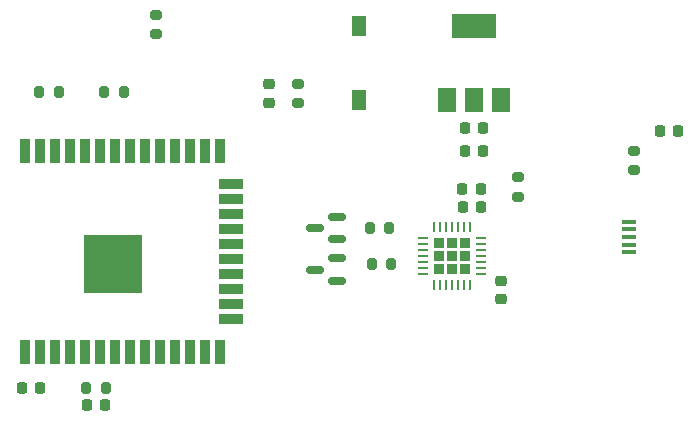
<source format=gbr>
%TF.GenerationSoftware,KiCad,Pcbnew,(6.0.2)*%
%TF.CreationDate,2022-04-08T16:17:17-05:00*%
%TF.ProjectId,Tlapixki-HelloWorld,546c6170-6978-46b6-992d-48656c6c6f57,rev?*%
%TF.SameCoordinates,Original*%
%TF.FileFunction,Paste,Top*%
%TF.FilePolarity,Positive*%
%FSLAX46Y46*%
G04 Gerber Fmt 4.6, Leading zero omitted, Abs format (unit mm)*
G04 Created by KiCad (PCBNEW (6.0.2)) date 2022-04-08 16:17:17*
%MOMM*%
%LPD*%
G01*
G04 APERTURE LIST*
G04 Aperture macros list*
%AMRoundRect*
0 Rectangle with rounded corners*
0 $1 Rounding radius*
0 $2 $3 $4 $5 $6 $7 $8 $9 X,Y pos of 4 corners*
0 Add a 4 corners polygon primitive as box body*
4,1,4,$2,$3,$4,$5,$6,$7,$8,$9,$2,$3,0*
0 Add four circle primitives for the rounded corners*
1,1,$1+$1,$2,$3*
1,1,$1+$1,$4,$5*
1,1,$1+$1,$6,$7*
1,1,$1+$1,$8,$9*
0 Add four rect primitives between the rounded corners*
20,1,$1+$1,$2,$3,$4,$5,0*
20,1,$1+$1,$4,$5,$6,$7,0*
20,1,$1+$1,$6,$7,$8,$9,0*
20,1,$1+$1,$8,$9,$2,$3,0*%
G04 Aperture macros list end*
%ADD10RoundRect,0.225000X0.225000X0.250000X-0.225000X0.250000X-0.225000X-0.250000X0.225000X-0.250000X0*%
%ADD11RoundRect,0.200000X-0.275000X0.200000X-0.275000X-0.200000X0.275000X-0.200000X0.275000X0.200000X0*%
%ADD12RoundRect,0.200000X0.200000X0.275000X-0.200000X0.275000X-0.200000X-0.275000X0.200000X-0.275000X0*%
%ADD13RoundRect,0.200000X-0.200000X-0.275000X0.200000X-0.275000X0.200000X0.275000X-0.200000X0.275000X0*%
%ADD14RoundRect,0.150000X0.587500X0.150000X-0.587500X0.150000X-0.587500X-0.150000X0.587500X-0.150000X0*%
%ADD15R,1.500000X2.000000*%
%ADD16R,3.800000X2.000000*%
%ADD17RoundRect,0.200000X0.275000X-0.200000X0.275000X0.200000X-0.275000X0.200000X-0.275000X-0.200000X0*%
%ADD18RoundRect,0.218750X0.218750X0.256250X-0.218750X0.256250X-0.218750X-0.256250X0.218750X-0.256250X0*%
%ADD19RoundRect,0.225000X0.225000X0.225000X-0.225000X0.225000X-0.225000X-0.225000X0.225000X-0.225000X0*%
%ADD20RoundRect,0.062500X0.337500X0.062500X-0.337500X0.062500X-0.337500X-0.062500X0.337500X-0.062500X0*%
%ADD21RoundRect,0.062500X0.062500X0.337500X-0.062500X0.337500X-0.062500X-0.337500X0.062500X-0.337500X0*%
%ADD22RoundRect,0.225000X-0.250000X0.225000X-0.250000X-0.225000X0.250000X-0.225000X0.250000X0.225000X0*%
%ADD23R,1.300000X0.450000*%
%ADD24RoundRect,0.218750X-0.256250X0.218750X-0.256250X-0.218750X0.256250X-0.218750X0.256250X0.218750X0*%
%ADD25R,0.900000X2.000000*%
%ADD26R,2.000000X0.900000*%
%ADD27R,5.000000X5.000000*%
%ADD28R,1.200000X1.750000*%
G04 APERTURE END LIST*
D10*
%TO.C,C3*%
X108775000Y-112500000D03*
X107225000Y-112500000D03*
%TD*%
D11*
%TO.C,R9*%
X93100000Y-108775000D03*
X93100000Y-110425000D03*
%TD*%
D12*
%TO.C,R8*%
X78325000Y-109500000D03*
X76675000Y-109500000D03*
%TD*%
D11*
%TO.C,R4*%
X121500000Y-114425000D03*
X121500000Y-116075000D03*
%TD*%
D13*
%TO.C,R6*%
X75175000Y-134500000D03*
X76825000Y-134500000D03*
%TD*%
D10*
%TO.C,C2*%
X108550000Y-117700000D03*
X107000000Y-117700000D03*
%TD*%
D14*
%TO.C,Q1*%
X96437500Y-125450000D03*
X96437500Y-123550000D03*
X94562500Y-124500000D03*
%TD*%
D15*
%TO.C,U1*%
X105700000Y-110150000D03*
X108000000Y-110150000D03*
D16*
X108000000Y-103850000D03*
D15*
X110300000Y-110150000D03*
%TD*%
D10*
%TO.C,C1*%
X108775000Y-114500000D03*
X107225000Y-114500000D03*
%TD*%
D13*
%TO.C,R7*%
X71175000Y-109500000D03*
X72825000Y-109500000D03*
%TD*%
D10*
%TO.C,C4*%
X108575000Y-119200000D03*
X107025000Y-119200000D03*
%TD*%
D17*
%TO.C,R5*%
X81050000Y-104575000D03*
X81050000Y-102925000D03*
%TD*%
D18*
%TO.C,D1*%
X125287500Y-112750000D03*
X123712500Y-112750000D03*
%TD*%
D19*
%TO.C,U2*%
X106120000Y-123370000D03*
X106120000Y-122250000D03*
X107240000Y-124490000D03*
X105000000Y-124490000D03*
X107240000Y-123370000D03*
X105000000Y-123370000D03*
X105000000Y-122250000D03*
X106120000Y-124490000D03*
X107240000Y-122250000D03*
D20*
X108570000Y-124870000D03*
X108570000Y-124370000D03*
X108570000Y-123870000D03*
X108570000Y-123370000D03*
X108570000Y-122870000D03*
X108570000Y-122370000D03*
X108570000Y-121870000D03*
D21*
X107620000Y-120920000D03*
X107120000Y-120920000D03*
X106620000Y-120920000D03*
X106120000Y-120920000D03*
X105620000Y-120920000D03*
X105120000Y-120920000D03*
X104620000Y-120920000D03*
D20*
X103670000Y-121870000D03*
X103670000Y-122370000D03*
X103670000Y-122870000D03*
X103670000Y-123370000D03*
X103670000Y-123870000D03*
X103670000Y-124370000D03*
X103670000Y-124870000D03*
D21*
X104620000Y-125820000D03*
X105120000Y-125820000D03*
X105620000Y-125820000D03*
X106120000Y-125820000D03*
X106620000Y-125820000D03*
X107120000Y-125820000D03*
X107620000Y-125820000D03*
%TD*%
D22*
%TO.C,C5*%
X110250000Y-125475000D03*
X110250000Y-127025000D03*
%TD*%
D10*
%TO.C,C7*%
X71275000Y-134500000D03*
X69725000Y-134500000D03*
%TD*%
D11*
%TO.C,R3*%
X111750000Y-116675000D03*
X111750000Y-118325000D03*
%TD*%
D23*
%TO.C,J1*%
X121100000Y-123050000D03*
X121100000Y-122400000D03*
X121100000Y-121750000D03*
X121100000Y-121100000D03*
X121100000Y-120450000D03*
%TD*%
D10*
%TO.C,C6*%
X76775000Y-136000000D03*
X75225000Y-136000000D03*
%TD*%
D24*
%TO.C,D2*%
X90600000Y-108812500D03*
X90600000Y-110387500D03*
%TD*%
D14*
%TO.C,Q2*%
X96437500Y-121950000D03*
X96437500Y-120050000D03*
X94562500Y-121000000D03*
%TD*%
D12*
%TO.C,R2*%
X100825000Y-121000000D03*
X99175000Y-121000000D03*
%TD*%
D25*
%TO.C,U3*%
X69945000Y-131500000D03*
X71215000Y-131500000D03*
X72485000Y-131500000D03*
X73755000Y-131500000D03*
X75025000Y-131500000D03*
X76295000Y-131500000D03*
X77565000Y-131500000D03*
X78835000Y-131500000D03*
X80105000Y-131500000D03*
X81375000Y-131500000D03*
X82645000Y-131500000D03*
X83915000Y-131500000D03*
X85185000Y-131500000D03*
X86455000Y-131500000D03*
D26*
X87455000Y-128715000D03*
X87455000Y-127445000D03*
X87455000Y-126175000D03*
X87455000Y-124905000D03*
X87455000Y-123635000D03*
X87455000Y-122365000D03*
X87455000Y-121095000D03*
X87455000Y-119825000D03*
X87455000Y-118555000D03*
X87455000Y-117285000D03*
D25*
X86455000Y-114500000D03*
X85185000Y-114500000D03*
X83915000Y-114500000D03*
X82645000Y-114500000D03*
X81375000Y-114500000D03*
X80105000Y-114500000D03*
X78835000Y-114500000D03*
X77565000Y-114500000D03*
X76295000Y-114500000D03*
X75025000Y-114500000D03*
X73755000Y-114500000D03*
X72485000Y-114500000D03*
X71215000Y-114500000D03*
X69945000Y-114500000D03*
D27*
X77445000Y-124000000D03*
%TD*%
D28*
%TO.C,S1*%
X98250000Y-110125000D03*
X98250000Y-103875000D03*
%TD*%
D12*
%TO.C,R1*%
X101000000Y-124000000D03*
X99350000Y-124000000D03*
%TD*%
M02*

</source>
